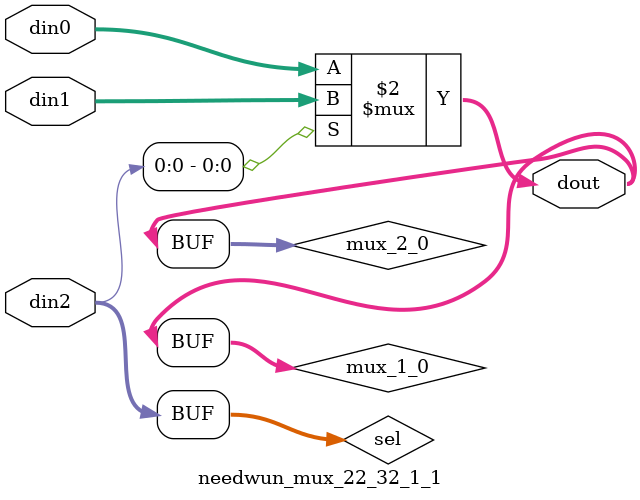
<source format=v>

`timescale 1ns/1ps

module needwun_mux_22_32_1_1 #(
parameter
    ID                = 0,
    NUM_STAGE         = 1,
    din0_WIDTH       = 32,
    din1_WIDTH       = 32,
    din2_WIDTH         = 32,
    dout_WIDTH            = 32
)(
    input  [31 : 0]     din0,
    input  [31 : 0]     din1,
    input  [1 : 0]    din2,
    output [31 : 0]   dout);

// puts internal signals
wire [1 : 0]     sel;
// level 1 signals
wire [31 : 0]         mux_1_0;
// level 2 signals
wire [31 : 0]         mux_2_0;

assign sel = din2;

// Generate level 1 logic
assign mux_1_0 = (sel[0] == 0)? din0 : din1;

// Generate level 2 logic
assign mux_2_0 = mux_1_0;

// output logic
assign dout = mux_2_0;

endmodule

</source>
